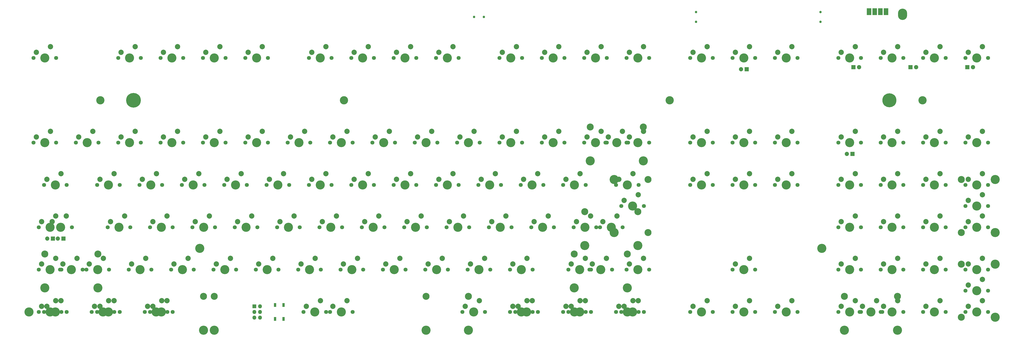
<source format=gbr>
G04 #@! TF.GenerationSoftware,KiCad,Pcbnew,5.1.6*
G04 #@! TF.CreationDate,2020-10-03T15:38:36+02:00*
G04 #@! TF.ProjectId,gh80-3003,67683830-2d33-4303-9033-2e6b69636164,rev?*
G04 #@! TF.SameCoordinates,Original*
G04 #@! TF.FileFunction,Soldermask,Top*
G04 #@! TF.FilePolarity,Negative*
%FSLAX46Y46*%
G04 Gerber Fmt 4.6, Leading zero omitted, Abs format (unit mm)*
G04 Created by KiCad (PCBNEW 5.1.6) date 2020-10-03 15:38:36*
%MOMM*%
%LPD*%
G01*
G04 APERTURE LIST*
%ADD10C,1.803800*%
%ADD11C,4.089800*%
%ADD12C,2.388000*%
%ADD13C,3.150000*%
%ADD14R,2.102000X3.102000*%
%ADD15O,4.102000X5.102000*%
%ADD16C,4.102000*%
%ADD17C,1.102000*%
%ADD18R,1.802000X1.802000*%
%ADD19O,1.802000X1.802000*%
%ADD20R,1.902000X1.902000*%
%ADD21C,1.902000*%
%ADD22R,1.102000X1.802000*%
%ADD23C,6.602000*%
%ADD24C,3.702000*%
%ADD25C,6.302000*%
%ADD26R,1.880000X1.880000*%
%ADD27C,1.880000*%
G04 APERTURE END LIST*
D10*
X309881280Y-9525000D03*
X299721280Y-9525000D03*
D11*
X304801280Y-9525000D03*
D12*
X300991280Y-6985000D03*
X307341280Y-4445000D03*
D10*
X243205000Y-9525000D03*
X233045000Y-9525000D03*
D11*
X238125000Y-9525000D03*
D12*
X234315000Y-6985000D03*
X240665000Y-4445000D03*
D10*
X433706800Y-9525040D03*
X423546800Y-9525040D03*
D11*
X428626800Y-9525040D03*
D12*
X424816800Y-6985040D03*
X431166800Y-4445040D03*
D10*
X395605000Y-47625000D03*
X385445000Y-47625000D03*
D11*
X390525000Y-47625000D03*
D12*
X386715000Y-45085000D03*
X393065000Y-42545000D03*
D10*
X224155920Y-47625200D03*
X213995920Y-47625200D03*
D11*
X219075920Y-47625200D03*
D12*
X215265920Y-45085200D03*
X221615920Y-42545200D03*
D10*
X62230000Y-66675000D03*
X52070000Y-66675000D03*
D11*
X57150000Y-66675000D03*
D12*
X53340000Y-64135000D03*
X59690000Y-61595000D03*
D10*
X309880000Y-66675000D03*
X299720000Y-66675000D03*
D11*
X304800000Y-66675000D03*
D12*
X300990000Y-64135000D03*
X307340000Y-61595000D03*
D10*
X414655000Y-66675000D03*
X404495000Y-66675000D03*
D11*
X409575000Y-66675000D03*
D12*
X405765000Y-64135000D03*
X412115000Y-61595000D03*
D10*
X21748750Y-85725000D03*
X11588750Y-85725000D03*
D11*
X16668750Y-85725000D03*
D12*
X12858750Y-83185000D03*
X19208750Y-80645000D03*
D10*
X328930000Y-104775000D03*
X318770000Y-104775000D03*
D11*
X323850000Y-104775000D03*
D12*
X320040000Y-102235000D03*
X326390000Y-99695000D03*
D10*
X209867500Y-104775000D03*
X199707500Y-104775000D03*
D11*
X204787500Y-104775000D03*
D12*
X200977500Y-102235000D03*
X207327500Y-99695000D03*
D11*
X265588750Y-64211201D03*
X265588750Y-88087201D03*
D13*
X280828750Y-64211201D03*
X280828750Y-88087201D03*
D10*
X278923750Y-76149201D03*
X268763750Y-76149201D03*
D11*
X273843750Y-76149201D03*
D12*
X270033750Y-73609201D03*
X276383750Y-71069201D03*
D10*
X157480000Y-9525000D03*
X147320000Y-9525000D03*
D11*
X152400000Y-9525000D03*
D12*
X148590000Y-6985000D03*
X154940000Y-4445000D03*
D10*
X14605008Y-9525008D03*
X4445008Y-9525008D03*
D11*
X9525008Y-9525008D03*
D12*
X5715008Y-6985008D03*
X12065008Y-4445008D03*
D10*
X52705200Y-9525000D03*
X42545200Y-9525000D03*
D11*
X47625200Y-9525000D03*
D12*
X43815200Y-6985000D03*
X50165200Y-4445000D03*
D10*
X71755000Y-9525000D03*
X61595000Y-9525000D03*
D11*
X66675000Y-9525000D03*
D12*
X62865000Y-6985000D03*
X69215000Y-4445000D03*
D10*
X90805360Y-9525000D03*
X80645360Y-9525000D03*
D11*
X85725360Y-9525000D03*
D12*
X81915360Y-6985000D03*
X88265360Y-4445000D03*
D10*
X109855440Y-9525000D03*
X99695440Y-9525000D03*
D11*
X104775440Y-9525000D03*
D12*
X100965440Y-6985000D03*
X107315440Y-4445000D03*
D10*
X138430000Y-9525000D03*
X128270000Y-9525000D03*
D11*
X133350000Y-9525000D03*
D12*
X129540000Y-6985000D03*
X135890000Y-4445000D03*
D10*
X176530000Y-9525000D03*
X166370000Y-9525000D03*
D11*
X171450000Y-9525000D03*
D12*
X167640000Y-6985000D03*
X173990000Y-4445000D03*
D10*
X195580000Y-9525000D03*
X185420000Y-9525000D03*
D11*
X190500000Y-9525000D03*
D12*
X186690000Y-6985000D03*
X193040000Y-4445000D03*
D10*
X224155000Y-9525000D03*
X213995000Y-9525000D03*
D11*
X219075000Y-9525000D03*
D12*
X215265000Y-6985000D03*
X221615000Y-4445000D03*
D10*
X262255000Y-9525000D03*
X252095000Y-9525000D03*
D11*
X257175000Y-9525000D03*
D12*
X253365000Y-6985000D03*
X259715000Y-4445000D03*
D10*
X281305000Y-9525000D03*
X271145000Y-9525000D03*
D11*
X276225000Y-9525000D03*
D12*
X272415000Y-6985000D03*
X278765000Y-4445000D03*
D10*
X328931360Y-9525040D03*
X318771360Y-9525040D03*
D11*
X323851360Y-9525040D03*
D12*
X320041360Y-6985040D03*
X326391360Y-4445040D03*
D10*
X347980000Y-9525000D03*
X337820000Y-9525000D03*
D11*
X342900000Y-9525000D03*
D12*
X339090000Y-6985000D03*
X345440000Y-4445000D03*
D10*
X14605040Y-47625000D03*
X4445040Y-47625000D03*
D11*
X9525040Y-47625000D03*
D12*
X5715040Y-45085000D03*
X12065040Y-42545000D03*
D10*
X33655000Y-47625000D03*
X23495000Y-47625000D03*
D11*
X28575000Y-47625000D03*
D12*
X24765000Y-45085000D03*
X31115000Y-42545000D03*
D10*
X52705200Y-47625200D03*
X42545200Y-47625200D03*
D11*
X47625200Y-47625200D03*
D12*
X43815200Y-45085200D03*
X50165200Y-42545200D03*
D10*
X71755280Y-47625200D03*
X61595280Y-47625200D03*
D11*
X66675280Y-47625200D03*
D12*
X62865280Y-45085200D03*
X69215280Y-42545200D03*
D10*
X90805360Y-47625200D03*
X80645360Y-47625200D03*
D11*
X85725360Y-47625200D03*
D12*
X81915360Y-45085200D03*
X88265360Y-42545200D03*
D10*
X109855440Y-47625200D03*
X99695440Y-47625200D03*
D11*
X104775440Y-47625200D03*
D12*
X100965440Y-45085200D03*
X107315440Y-42545200D03*
D10*
X128905520Y-47625200D03*
X118745520Y-47625200D03*
D11*
X123825520Y-47625200D03*
D12*
X120015520Y-45085200D03*
X126365520Y-42545200D03*
D10*
X147955000Y-47625000D03*
X137795000Y-47625000D03*
D11*
X142875000Y-47625000D03*
D12*
X139065000Y-45085000D03*
X145415000Y-42545000D03*
D10*
X167005680Y-47625200D03*
X156845680Y-47625200D03*
D11*
X161925680Y-47625200D03*
D12*
X158115680Y-45085200D03*
X164465680Y-42545200D03*
D10*
X186055000Y-47625200D03*
X175895000Y-47625200D03*
D11*
X180975000Y-47625200D03*
D12*
X177165000Y-45085200D03*
X183515000Y-42545200D03*
D10*
X205105840Y-47625200D03*
X194945840Y-47625200D03*
D11*
X200025840Y-47625200D03*
D12*
X196215840Y-45085200D03*
X202565840Y-42545200D03*
D10*
X243206000Y-47625000D03*
X233046000Y-47625000D03*
D11*
X238126000Y-47625000D03*
D12*
X234316000Y-45085000D03*
X240666000Y-42545000D03*
D10*
X262256080Y-47625200D03*
X252096080Y-47625200D03*
D11*
X257176080Y-47625200D03*
D12*
X253366080Y-45085200D03*
X259716080Y-42545200D03*
D11*
X278638000Y-55880000D03*
X254762000Y-55880000D03*
D13*
X278638000Y-40640000D03*
X254762000Y-40640000D03*
D10*
X271780000Y-47625000D03*
X261620000Y-47625000D03*
D11*
X266700000Y-47625000D03*
D12*
X262890000Y-45085000D03*
X269240000Y-42545000D03*
D10*
X309880000Y-47625000D03*
X299720000Y-47625000D03*
D11*
X304800000Y-47625000D03*
D12*
X300990000Y-45085000D03*
X307340000Y-42545000D03*
D10*
X328930000Y-47625000D03*
X318770000Y-47625000D03*
D11*
X323850000Y-47625000D03*
D12*
X320040000Y-45085000D03*
X326390000Y-42545000D03*
D10*
X347980000Y-47625000D03*
X337820000Y-47625000D03*
D11*
X342900000Y-47625000D03*
D12*
X339090000Y-45085000D03*
X345440000Y-42545000D03*
D10*
X376555000Y-47625000D03*
X366395000Y-47625000D03*
D11*
X371475000Y-47625000D03*
D12*
X367665000Y-45085000D03*
X374015000Y-42545000D03*
D10*
X414655000Y-47625000D03*
X404495000Y-47625000D03*
D11*
X409575000Y-47625000D03*
D12*
X405765000Y-45085000D03*
X412115000Y-42545000D03*
D10*
X433705000Y-47625000D03*
X423545000Y-47625000D03*
D11*
X428625000Y-47625000D03*
D12*
X424815000Y-45085000D03*
X431165000Y-42545000D03*
D10*
X19367500Y-66675000D03*
X9207500Y-66675000D03*
D11*
X14287500Y-66675000D03*
D12*
X10477500Y-64135000D03*
X16827500Y-61595000D03*
D10*
X43180000Y-66675000D03*
X33020000Y-66675000D03*
D11*
X38100000Y-66675000D03*
D12*
X34290000Y-64135000D03*
X40640000Y-61595000D03*
D10*
X81280000Y-66675000D03*
X71120000Y-66675000D03*
D11*
X76200000Y-66675000D03*
D12*
X72390000Y-64135000D03*
X78740000Y-61595000D03*
D10*
X100330000Y-66675000D03*
X90170000Y-66675000D03*
D11*
X95250000Y-66675000D03*
D12*
X91440000Y-64135000D03*
X97790000Y-61595000D03*
D10*
X119380000Y-66675000D03*
X109220000Y-66675000D03*
D11*
X114300000Y-66675000D03*
D12*
X110490000Y-64135000D03*
X116840000Y-61595000D03*
D10*
X138430000Y-66675000D03*
X128270000Y-66675000D03*
D11*
X133350000Y-66675000D03*
D12*
X129540000Y-64135000D03*
X135890000Y-61595000D03*
D10*
X157480000Y-66675000D03*
X147320000Y-66675000D03*
D11*
X152400000Y-66675000D03*
D12*
X148590000Y-64135000D03*
X154940000Y-61595000D03*
D10*
X176530000Y-66675000D03*
X166370000Y-66675000D03*
D11*
X171450000Y-66675000D03*
D12*
X167640000Y-64135000D03*
X173990000Y-61595000D03*
D10*
X195580000Y-66675000D03*
X185420000Y-66675000D03*
D11*
X190500000Y-66675000D03*
D12*
X186690000Y-64135000D03*
X193040000Y-61595000D03*
D10*
X214630000Y-66675000D03*
X204470000Y-66675000D03*
D11*
X209550000Y-66675000D03*
D12*
X205740000Y-64135000D03*
X212090000Y-61595000D03*
D10*
X233680000Y-66675000D03*
X223520000Y-66675000D03*
D11*
X228600000Y-66675000D03*
D12*
X224790000Y-64135000D03*
X231140000Y-61595000D03*
D10*
X252730000Y-66675000D03*
X242570000Y-66675000D03*
D11*
X247650000Y-66675000D03*
D12*
X243840000Y-64135000D03*
X250190000Y-61595000D03*
D10*
X276542500Y-66675000D03*
X266382500Y-66675000D03*
D11*
X271462500Y-66675000D03*
D12*
X267652500Y-64135000D03*
X274002500Y-61595000D03*
D10*
X328930000Y-66675000D03*
X318770000Y-66675000D03*
D11*
X323850000Y-66675000D03*
D12*
X320040000Y-64135000D03*
X326390000Y-61595000D03*
D10*
X347980000Y-66675000D03*
X337820000Y-66675000D03*
D11*
X342900000Y-66675000D03*
D12*
X339090000Y-64135000D03*
X345440000Y-61595000D03*
D10*
X376555000Y-66675000D03*
X366395000Y-66675000D03*
D11*
X371475000Y-66675000D03*
D12*
X367665000Y-64135000D03*
X374015000Y-61595000D03*
D10*
X395605000Y-66675000D03*
X385445000Y-66675000D03*
D11*
X390525000Y-66675000D03*
D12*
X386715000Y-64135000D03*
X393065000Y-61595000D03*
D10*
X433705000Y-66675000D03*
X423545000Y-66675000D03*
D11*
X428625000Y-66675000D03*
D12*
X424815000Y-64135000D03*
X431165000Y-61595000D03*
D10*
X47942500Y-85725000D03*
X37782500Y-85725000D03*
D11*
X42862500Y-85725000D03*
D12*
X39052500Y-83185000D03*
X45402500Y-80645000D03*
D10*
X66992500Y-85725000D03*
X56832500Y-85725000D03*
D11*
X61912500Y-85725000D03*
D12*
X58102500Y-83185000D03*
X64452500Y-80645000D03*
D10*
X86042500Y-85725000D03*
X75882500Y-85725000D03*
D11*
X80962500Y-85725000D03*
D12*
X77152500Y-83185000D03*
X83502500Y-80645000D03*
D10*
X105092500Y-85725000D03*
X94932500Y-85725000D03*
D11*
X100012500Y-85725000D03*
D12*
X96202500Y-83185000D03*
X102552500Y-80645000D03*
D10*
X124142500Y-85725000D03*
X113982500Y-85725000D03*
D11*
X119062500Y-85725000D03*
D12*
X115252500Y-83185000D03*
X121602500Y-80645000D03*
D10*
X143192500Y-85725000D03*
X133032500Y-85725000D03*
D11*
X138112500Y-85725000D03*
D12*
X134302500Y-83185000D03*
X140652500Y-80645000D03*
D10*
X162242500Y-85725000D03*
X152082500Y-85725000D03*
D11*
X157162500Y-85725000D03*
D12*
X153352500Y-83185000D03*
X159702500Y-80645000D03*
D10*
X181292500Y-85725000D03*
X171132500Y-85725000D03*
D11*
X176212500Y-85725000D03*
D12*
X172402500Y-83185000D03*
X178752500Y-80645000D03*
D10*
X200342500Y-85725000D03*
X190182500Y-85725000D03*
D11*
X195262500Y-85725000D03*
D12*
X191452500Y-83185000D03*
X197802500Y-80645000D03*
D10*
X219392500Y-85725000D03*
X209232500Y-85725000D03*
D11*
X214312500Y-85725000D03*
D12*
X210502500Y-83185000D03*
X216852500Y-80645000D03*
D10*
X238442500Y-85725000D03*
X228282500Y-85725000D03*
D11*
X233362500Y-85725000D03*
D12*
X229552500Y-83185000D03*
X235902500Y-80645000D03*
D11*
X276256750Y-93980000D03*
X252380750Y-93980000D03*
D13*
X276256750Y-78740000D03*
X252380750Y-78740000D03*
D10*
X269398750Y-85725000D03*
X259238750Y-85725000D03*
D11*
X264318750Y-85725000D03*
D12*
X260508750Y-83185000D03*
X266858750Y-80645000D03*
D10*
X376555000Y-85725000D03*
X366395000Y-85725000D03*
D11*
X371475000Y-85725000D03*
D12*
X367665000Y-83185000D03*
X374015000Y-80645000D03*
D10*
X395605000Y-85725000D03*
X385445000Y-85725000D03*
D11*
X390525000Y-85725000D03*
D12*
X386715000Y-83185000D03*
X393065000Y-80645000D03*
D10*
X414655000Y-85725000D03*
X404495000Y-85725000D03*
D11*
X409575000Y-85725000D03*
D12*
X405765000Y-83185000D03*
X412115000Y-80645000D03*
D11*
X436880000Y-64262000D03*
X436880000Y-88138000D03*
D13*
X421640000Y-64262000D03*
X421640000Y-88138000D03*
D10*
X433705000Y-76200000D03*
X423545000Y-76200000D03*
D11*
X428625000Y-76200000D03*
D12*
X424815000Y-73660000D03*
X431165000Y-71120000D03*
D11*
X33369250Y-113030000D03*
X9493250Y-113030000D03*
D13*
X33369250Y-97790000D03*
X9493250Y-97790000D03*
D10*
X26511250Y-104775000D03*
X16351250Y-104775000D03*
D11*
X21431250Y-104775000D03*
D12*
X17621250Y-102235000D03*
X23971250Y-99695000D03*
D10*
X38417500Y-104775000D03*
X28257500Y-104775000D03*
D11*
X33337500Y-104775000D03*
D12*
X29527500Y-102235000D03*
X35877500Y-99695000D03*
D10*
X57467500Y-104775000D03*
X47307500Y-104775000D03*
D11*
X52387500Y-104775000D03*
D12*
X48577500Y-102235000D03*
X54927500Y-99695000D03*
D10*
X76517500Y-104775000D03*
X66357500Y-104775000D03*
D11*
X71437500Y-104775000D03*
D12*
X67627500Y-102235000D03*
X73977500Y-99695000D03*
D10*
X95567500Y-104775000D03*
X85407500Y-104775000D03*
D11*
X90487500Y-104775000D03*
D12*
X86677500Y-102235000D03*
X93027500Y-99695000D03*
D10*
X114617500Y-104775000D03*
X104457500Y-104775000D03*
D11*
X109537500Y-104775000D03*
D12*
X105727500Y-102235000D03*
X112077500Y-99695000D03*
D10*
X133667500Y-104775000D03*
X123507500Y-104775000D03*
D11*
X128587500Y-104775000D03*
D12*
X124777500Y-102235000D03*
X131127500Y-99695000D03*
D10*
X152717500Y-104775000D03*
X142557500Y-104775000D03*
D11*
X147637500Y-104775000D03*
D12*
X143827500Y-102235000D03*
X150177500Y-99695000D03*
D10*
X171767500Y-104775000D03*
X161607500Y-104775000D03*
D11*
X166687500Y-104775000D03*
D12*
X162877500Y-102235000D03*
X169227500Y-99695000D03*
D10*
X190817500Y-104775000D03*
X180657500Y-104775000D03*
D11*
X185737500Y-104775000D03*
D12*
X181927500Y-102235000D03*
X188277500Y-99695000D03*
D10*
X228917500Y-104775000D03*
X218757500Y-104775000D03*
D11*
X223837500Y-104775000D03*
D12*
X220027500Y-102235000D03*
X226377500Y-99695000D03*
D11*
X271494250Y-113030000D03*
X247618250Y-113030000D03*
D13*
X271494250Y-97790000D03*
X247618250Y-97790000D03*
D10*
X264636250Y-104775000D03*
X254476250Y-104775000D03*
D11*
X259556250Y-104775000D03*
D12*
X255746250Y-102235000D03*
X262096250Y-99695000D03*
D10*
X281305000Y-104775000D03*
X271145000Y-104775000D03*
D11*
X276225000Y-104775000D03*
D12*
X272415000Y-102235000D03*
X278765000Y-99695000D03*
D10*
X376555000Y-104775000D03*
X366395000Y-104775000D03*
D11*
X371475000Y-104775000D03*
D12*
X367665000Y-102235000D03*
X374015000Y-99695000D03*
D10*
X395605000Y-104775000D03*
X385445000Y-104775000D03*
D11*
X390525000Y-104775000D03*
D12*
X386715000Y-102235000D03*
X393065000Y-99695000D03*
D10*
X414655000Y-104775000D03*
X404495000Y-104775000D03*
D11*
X409575000Y-104775000D03*
D12*
X405765000Y-102235000D03*
X412115000Y-99695000D03*
D10*
X433705000Y-104775000D03*
X423545000Y-104775000D03*
D11*
X428625000Y-104775000D03*
D12*
X424815000Y-102235000D03*
X431165000Y-99695000D03*
D10*
X43180000Y-123825000D03*
X33020000Y-123825000D03*
D11*
X38100000Y-123825000D03*
D12*
X34290000Y-121285000D03*
X40640000Y-118745000D03*
D10*
X252730000Y-123825000D03*
X242570000Y-123825000D03*
D11*
X247650000Y-123825000D03*
D12*
X243840000Y-121285000D03*
X250190000Y-118745000D03*
D10*
X309880000Y-123825000D03*
X299720000Y-123825000D03*
D11*
X304800000Y-123825000D03*
D12*
X300990000Y-121285000D03*
X307340000Y-118745000D03*
D10*
X328930000Y-123825000D03*
X318770000Y-123825000D03*
D11*
X323850000Y-123825000D03*
D12*
X320040000Y-121285000D03*
X326390000Y-118745000D03*
D10*
X347980000Y-123825000D03*
X337820000Y-123825000D03*
D11*
X342900000Y-123825000D03*
D12*
X339090000Y-121285000D03*
X345440000Y-118745000D03*
D10*
X395605000Y-123825000D03*
X385445000Y-123825000D03*
D11*
X390525000Y-123825000D03*
D12*
X386715000Y-121285000D03*
X393065000Y-118745000D03*
D10*
X414655000Y-123825000D03*
X404495000Y-123825000D03*
D11*
X409575000Y-123825000D03*
D12*
X405765000Y-121285000D03*
X412115000Y-118745000D03*
D11*
X436880000Y-102362000D03*
X436880000Y-126238000D03*
D13*
X421640000Y-102362000D03*
X421640000Y-126238000D03*
D10*
X433705000Y-114300000D03*
X423545000Y-114300000D03*
D11*
X428625000Y-114300000D03*
D12*
X424815000Y-111760000D03*
X431165000Y-109220000D03*
D10*
X376555000Y-9525000D03*
X366395000Y-9525000D03*
D11*
X371475000Y-9525000D03*
D12*
X367665000Y-6985000D03*
X374015000Y-4445000D03*
D10*
X395606640Y-9525040D03*
X385446640Y-9525040D03*
D11*
X390526640Y-9525040D03*
D12*
X386716640Y-6985040D03*
X393066640Y-4445040D03*
D10*
X414656720Y-9525000D03*
X404496720Y-9525000D03*
D11*
X409576720Y-9525000D03*
D12*
X405766720Y-6985000D03*
X412116720Y-4445000D03*
D10*
X281305000Y-47625000D03*
X271145000Y-47625000D03*
D11*
X276225000Y-47625000D03*
D12*
X272415000Y-45085000D03*
X278765000Y-42545000D03*
D10*
X16986250Y-85725000D03*
X6826250Y-85725000D03*
D11*
X11906250Y-85725000D03*
D12*
X8096250Y-83185000D03*
X14446250Y-80645000D03*
D10*
X257492500Y-85725000D03*
X247332500Y-85725000D03*
D11*
X252412500Y-85725000D03*
D12*
X248602500Y-83185000D03*
X254952500Y-80645000D03*
D10*
X433705000Y-85725000D03*
X423545000Y-85725000D03*
D11*
X428625000Y-85725000D03*
D12*
X424815000Y-83185000D03*
X431165000Y-80645000D03*
D10*
X16986250Y-104775000D03*
X6826250Y-104775000D03*
D11*
X11906250Y-104775000D03*
D12*
X8096250Y-102235000D03*
X14446250Y-99695000D03*
D10*
X255111250Y-104775000D03*
X244951250Y-104775000D03*
D11*
X250031250Y-104775000D03*
D12*
X246221250Y-102235000D03*
X252571250Y-99695000D03*
D10*
X19367500Y-123825000D03*
X9207500Y-123825000D03*
D11*
X14287500Y-123825000D03*
D12*
X10477500Y-121285000D03*
X16827500Y-118745000D03*
D10*
X66992500Y-123825000D03*
X56832500Y-123825000D03*
D11*
X61912500Y-123825000D03*
D12*
X58102500Y-121285000D03*
X64452500Y-118745000D03*
D11*
X200056750Y-132080000D03*
X85693250Y-132080000D03*
D13*
X200056750Y-116840000D03*
X85693250Y-116840000D03*
D10*
X147955000Y-123825000D03*
X137795000Y-123825000D03*
D11*
X142875000Y-123825000D03*
D12*
X139065000Y-121285000D03*
X145415000Y-118745000D03*
D10*
X228917500Y-123825000D03*
X218757500Y-123825000D03*
D11*
X223837500Y-123825000D03*
D12*
X220027500Y-121285000D03*
X226377500Y-118745000D03*
D10*
X276542500Y-123825000D03*
X266382500Y-123825000D03*
D11*
X271462500Y-123825000D03*
D12*
X267652500Y-121285000D03*
X274002500Y-118745000D03*
D10*
X207486250Y-123825000D03*
X197326250Y-123825000D03*
D11*
X202406250Y-123825000D03*
D12*
X198596250Y-121285000D03*
X204946250Y-118745000D03*
D11*
X181006750Y-132080000D03*
X80930750Y-132080000D03*
D13*
X181006750Y-116840000D03*
X80930750Y-116840000D03*
D10*
X136048750Y-123825000D03*
X125888750Y-123825000D03*
D11*
X130968750Y-123825000D03*
D12*
X127158750Y-121285000D03*
X133508750Y-118745000D03*
D10*
X231298750Y-123825000D03*
X221138750Y-123825000D03*
D11*
X226218750Y-123825000D03*
D12*
X222408750Y-121285000D03*
X228758750Y-118745000D03*
D10*
X255111250Y-123825000D03*
X244951250Y-123825000D03*
D11*
X250031250Y-123825000D03*
D12*
X246221250Y-121285000D03*
X252571250Y-118745000D03*
D10*
X278923750Y-123825000D03*
X268763750Y-123825000D03*
D11*
X273843750Y-123825000D03*
D12*
X270033750Y-121285000D03*
X276383750Y-118745000D03*
D10*
X433705000Y-123825000D03*
X423545000Y-123825000D03*
D11*
X428625000Y-123825000D03*
D12*
X424815000Y-121285000D03*
X431165000Y-118745000D03*
D10*
X16986260Y-123825104D03*
X6826260Y-123825104D03*
D11*
X11906260Y-123825104D03*
D12*
X8096260Y-121285104D03*
X14446260Y-118745104D03*
D10*
X40798750Y-123825000D03*
X30638750Y-123825000D03*
D11*
X35718750Y-123825000D03*
D12*
X31908750Y-121285000D03*
X38258750Y-118745000D03*
D10*
X64611250Y-123825000D03*
X54451250Y-123825000D03*
D11*
X59531250Y-123825000D03*
D12*
X55721250Y-121285000D03*
X62071250Y-118745000D03*
D11*
X392938000Y-132080000D03*
X369062000Y-132080000D03*
D13*
X392938000Y-116840000D03*
X369062000Y-116840000D03*
D10*
X386080000Y-123825000D03*
X375920000Y-123825000D03*
D11*
X381000000Y-123825000D03*
D12*
X377190000Y-121285000D03*
X383540000Y-118745000D03*
D10*
X376555000Y-123825000D03*
X366395000Y-123825000D03*
D11*
X371475000Y-123825000D03*
D12*
X367665000Y-121285000D03*
X374015000Y-118745000D03*
D14*
X380166885Y11310947D03*
X382706885Y11310947D03*
X385246885Y11310947D03*
X387786885Y11310947D03*
D15*
X395287832Y10120321D03*
D16*
X2381252Y-123825104D03*
D17*
X358378426Y11129695D03*
X358378426Y6729695D03*
X302419004Y11129695D03*
X302419004Y6729695D03*
D18*
X103730000Y-121285000D03*
D19*
X106270000Y-121285000D03*
X103730000Y-123825000D03*
X106270000Y-123825000D03*
X103730000Y-126365000D03*
X106270000Y-126365000D03*
D20*
X373181877Y-13692199D03*
D21*
X375721877Y-13692199D03*
D20*
X398780336Y-13692199D03*
D21*
X401320336Y-13692199D03*
X426918795Y-13692199D03*
D20*
X424378795Y-13692199D03*
D22*
X113100000Y-126975000D03*
X113100000Y-120675000D03*
X116900000Y-126975000D03*
X116900000Y-120675000D03*
D23*
X49410979Y-28575024D03*
D24*
X34528154Y-28575024D03*
X144065746Y-28575024D03*
X290512744Y-28575024D03*
D25*
X389334702Y-28575024D03*
D24*
X404217527Y-28575024D03*
D16*
X358973739Y-95250080D03*
X79176629Y-95250080D03*
D26*
X372745312Y-52705040D03*
D27*
X370205312Y-52705040D03*
X15398764Y-90805072D03*
D26*
X17938764Y-90805072D03*
X13176260Y-90805072D03*
D27*
X10636260Y-90805072D03*
X322581360Y-14605040D03*
D26*
X325121360Y-14605040D03*
D17*
X202587672Y8929695D03*
X206987672Y8929695D03*
M02*

</source>
